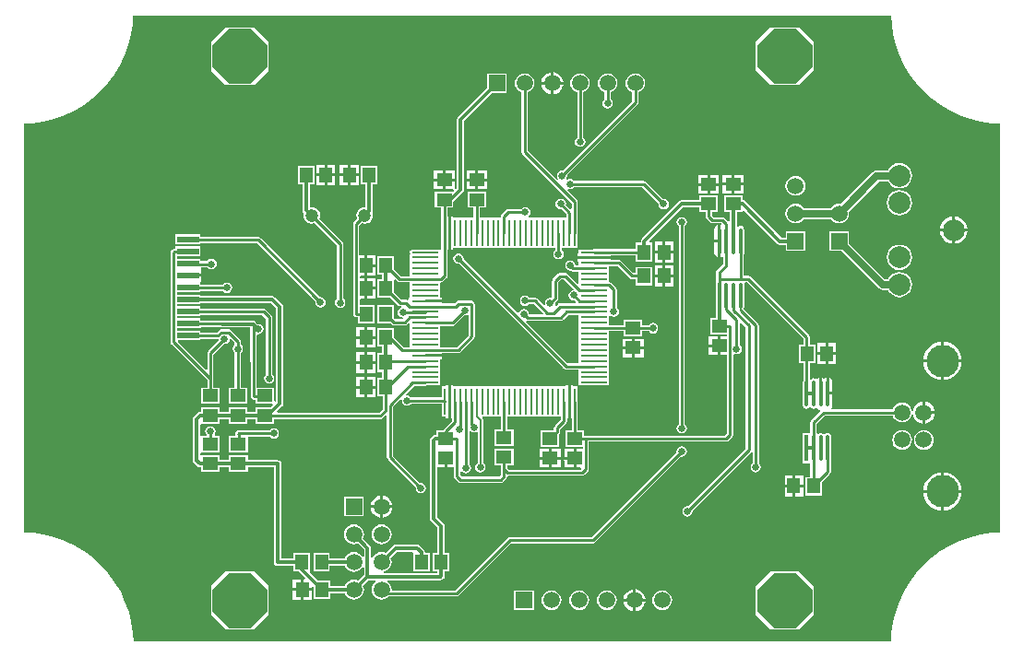
<source format=gtl>
G04 Layer_Physical_Order=1*
G04 Layer_Color=255*
%FSLAX23Y23*%
%MOIN*%
G70*
G01*
G75*
%ADD10R,0.047X0.055*%
%ADD11R,0.055X0.047*%
%ADD12O,0.014X0.098*%
%ADD13R,0.014X0.098*%
%ADD14R,0.008X0.098*%
%ADD15R,0.098X0.008*%
%ADD16O,0.098X0.008*%
%ADD17R,0.079X0.024*%
%ADD18C,0.010*%
%ADD19C,0.014*%
%ADD20C,0.020*%
%ADD21C,0.028*%
%ADD22C,0.008*%
%ADD23C,0.079*%
%ADD24C,0.059*%
%ADD25C,0.118*%
%ADD26P,0.213X8X202.5*%
%ADD27R,0.059X0.059*%
%ADD28R,0.059X0.059*%
%ADD29C,0.047*%
%ADD30C,0.025*%
G36*
X3143Y2244D02*
X3148Y2205D01*
X3158Y2167D01*
X3171Y2129D01*
X3188Y2094D01*
X3209Y2060D01*
X3232Y2028D01*
X3259Y1999D01*
X3288Y1972D01*
X3320Y1949D01*
X3354Y1928D01*
X3389Y1911D01*
X3426Y1898D01*
X3465Y1889D01*
X3504Y1883D01*
X3534Y1881D01*
Y403D01*
X3504Y401D01*
X3465Y395D01*
X3426Y386D01*
X3389Y372D01*
X3353Y356D01*
X3319Y335D01*
X3288Y312D01*
X3258Y285D01*
X3232Y256D01*
X3208Y224D01*
X3188Y190D01*
X3171Y154D01*
X3158Y117D01*
X3148Y79D01*
X3142Y40D01*
X3141Y9D01*
X403Y9D01*
X401Y40D01*
X395Y79D01*
X386Y117D01*
X372Y154D01*
X356Y190D01*
X335Y224D01*
X312Y256D01*
X285Y285D01*
X256Y312D01*
X224Y335D01*
X190Y356D01*
X154Y372D01*
X117Y386D01*
X79Y395D01*
X40Y401D01*
X9Y403D01*
X9Y1881D01*
X39Y1883D01*
X79Y1889D01*
X117Y1898D01*
X154Y1911D01*
X190Y1928D01*
X224Y1949D01*
X255Y1972D01*
X285Y1999D01*
X311Y2028D01*
X335Y2060D01*
X355Y2094D01*
X372Y2129D01*
X385Y2167D01*
X395Y2205D01*
X401Y2244D01*
X402Y2274D01*
X3141D01*
X3143Y2244D01*
D02*
G37*
%LPC*%
G36*
X1238Y967D02*
X1209D01*
Y934D01*
X1238D01*
Y967D01*
D02*
G37*
G36*
X1277D02*
X1248D01*
Y934D01*
X1277D01*
Y967D01*
D02*
G37*
G36*
Y924D02*
X1248D01*
Y892D01*
X1277D01*
Y924D01*
D02*
G37*
G36*
X2916Y964D02*
Y911D01*
X2929D01*
Y948D01*
X2927Y954D01*
X2924Y960D01*
X2918Y964D01*
X2916Y964D01*
D02*
G37*
G36*
X1238Y1013D02*
X1209D01*
Y980D01*
X1238D01*
Y1013D01*
D02*
G37*
G36*
X1277D02*
X1248D01*
Y980D01*
X1277D01*
Y1013D01*
D02*
G37*
G36*
X3322Y1019D02*
X3258D01*
X3259Y1010D01*
X3262Y997D01*
X3269Y985D01*
X3278Y975D01*
X3288Y966D01*
X3300Y960D01*
X3313Y956D01*
X3322Y955D01*
Y1019D01*
D02*
G37*
G36*
X3395D02*
X3332D01*
Y955D01*
X3340Y956D01*
X3353Y960D01*
X3365Y966D01*
X3376Y975D01*
X3384Y985D01*
X3391Y997D01*
X3395Y1010D01*
X3395Y1019D01*
D02*
G37*
G36*
X3259Y774D02*
X3250Y773D01*
X3241Y769D01*
X3234Y764D01*
X3228Y756D01*
X3225Y747D01*
X3223Y738D01*
X3225Y729D01*
X3228Y720D01*
X3234Y713D01*
X3241Y707D01*
X3250Y704D01*
X3259Y702D01*
X3269Y704D01*
X3277Y707D01*
X3285Y713D01*
X3290Y720D01*
X3294Y729D01*
X3295Y738D01*
X3294Y747D01*
X3290Y756D01*
X3285Y764D01*
X3277Y769D01*
X3269Y773D01*
X3259Y774D01*
D02*
G37*
G36*
X2384Y1544D02*
X2377Y1543D01*
X2371Y1539D01*
X2366Y1533D01*
X2365Y1526D01*
X2366Y1518D01*
X2371Y1512D01*
X2373Y1511D01*
Y794D01*
X2371Y793D01*
X2366Y787D01*
X2365Y780D01*
X2366Y772D01*
X2371Y766D01*
X2377Y762D01*
X2384Y761D01*
X2391Y762D01*
X2397Y766D01*
X2401Y772D01*
X2403Y780D01*
X2401Y787D01*
X2397Y793D01*
X2395Y794D01*
Y1511D01*
X2397Y1512D01*
X2401Y1518D01*
X2403Y1526D01*
X2401Y1533D01*
X2397Y1539D01*
X2391Y1543D01*
X2384Y1544D01*
D02*
G37*
G36*
X1993Y705D02*
X1960D01*
Y678D01*
X1959Y676D01*
X1993D01*
Y705D01*
D02*
G37*
G36*
X3181Y774D02*
X3171Y773D01*
X3163Y769D01*
X3155Y764D01*
X3149Y756D01*
X3146Y747D01*
X3145Y738D01*
X3146Y729D01*
X3149Y720D01*
X3155Y713D01*
X3163Y707D01*
X3171Y704D01*
X3181Y702D01*
X3190Y704D01*
X3198Y707D01*
X3206Y713D01*
X3212Y720D01*
X3215Y729D01*
X3216Y738D01*
X3215Y747D01*
X3212Y756D01*
X3206Y764D01*
X3198Y769D01*
X3190Y773D01*
X3181Y774D01*
D02*
G37*
G36*
X3264Y876D02*
Y842D01*
X3298D01*
X3298Y847D01*
X3294Y857D01*
X3287Y865D01*
X3279Y871D01*
X3270Y875D01*
X3264Y876D01*
D02*
G37*
G36*
X1238Y924D02*
X1209D01*
Y892D01*
X1238D01*
Y924D01*
D02*
G37*
G36*
X910Y780D02*
X903Y779D01*
X897Y775D01*
X896Y773D01*
X783D01*
X783Y773D01*
X781Y772D01*
X779Y772D01*
X779Y772D01*
X779Y772D01*
X777Y771D01*
X776Y770D01*
X776Y770D01*
X776Y769D01*
X776Y769D01*
X775Y768D01*
X772Y765D01*
X771Y760D01*
X772Y757D01*
X769Y752D01*
X749D01*
Y693D01*
X816D01*
Y750D01*
X896D01*
X897Y748D01*
X903Y744D01*
X910Y743D01*
X918Y744D01*
X924Y748D01*
X928Y754D01*
X929Y761D01*
X928Y769D01*
X924Y775D01*
X918Y779D01*
X910Y780D01*
D02*
G37*
G36*
X3298Y832D02*
X3264D01*
Y797D01*
X3270Y798D01*
X3279Y802D01*
X3287Y808D01*
X3294Y817D01*
X3298Y826D01*
X3298Y832D01*
D02*
G37*
G36*
X2942Y1088D02*
X2913D01*
Y1055D01*
X2942D01*
Y1088D01*
D02*
G37*
G36*
X1238Y1104D02*
X1209D01*
Y1072D01*
X1238D01*
Y1104D01*
D02*
G37*
G36*
X2515Y1074D02*
X2482D01*
Y1045D01*
X2515D01*
Y1074D01*
D02*
G37*
G36*
X2903Y1088D02*
X2875D01*
Y1055D01*
X2903D01*
Y1088D01*
D02*
G37*
G36*
X2246Y1104D02*
X2214D01*
Y1076D01*
X2246D01*
Y1104D01*
D02*
G37*
G36*
X2515Y1112D02*
X2482D01*
Y1084D01*
X2515D01*
Y1112D01*
D02*
G37*
G36*
X1277Y1104D02*
X1248D01*
Y1072D01*
X1277D01*
Y1104D01*
D02*
G37*
G36*
X2204Y1104D02*
X2171D01*
Y1076D01*
X2204D01*
Y1104D01*
D02*
G37*
G36*
X1238Y1055D02*
X1209D01*
Y1023D01*
X1238D01*
Y1055D01*
D02*
G37*
G36*
X1277D02*
X1248D01*
Y1023D01*
X1277D01*
Y1055D01*
D02*
G37*
G36*
X2903Y1045D02*
X2875D01*
Y1013D01*
X2903D01*
Y1045D01*
D02*
G37*
G36*
X2942D02*
X2913D01*
Y1013D01*
X2942D01*
Y1045D01*
D02*
G37*
G36*
X2204Y1066D02*
X2171D01*
Y1037D01*
X2204D01*
Y1066D01*
D02*
G37*
G36*
X2246D02*
X2214D01*
Y1037D01*
X2246D01*
Y1066D01*
D02*
G37*
G36*
X3322Y1093D02*
X3313Y1092D01*
X3300Y1088D01*
X3288Y1081D01*
X3278Y1073D01*
X3269Y1062D01*
X3262Y1050D01*
X3259Y1037D01*
X3258Y1029D01*
X3322D01*
Y1093D01*
D02*
G37*
G36*
X3332D02*
Y1029D01*
X3395D01*
X3395Y1037D01*
X3391Y1050D01*
X3384Y1062D01*
X3376Y1073D01*
X3365Y1081D01*
X3353Y1088D01*
X3340Y1092D01*
X3332Y1093D01*
D02*
G37*
G36*
X1946Y705D02*
X1913D01*
Y676D01*
X1946D01*
Y705D01*
D02*
G37*
G36*
X1046Y191D02*
X1018D01*
Y158D01*
X1046D01*
Y191D01*
D02*
G37*
G36*
X2209Y198D02*
X2204Y197D01*
X2194Y193D01*
X2186Y187D01*
X2179Y178D01*
X2175Y169D01*
X2175Y163D01*
X2209D01*
Y198D01*
D02*
G37*
G36*
X1850Y194D02*
X1778D01*
Y123D01*
X1850D01*
Y194D01*
D02*
G37*
G36*
X1008Y191D02*
X979D01*
Y158D01*
X1008D01*
Y191D01*
D02*
G37*
G36*
X1300Y432D02*
X1291Y431D01*
X1282Y427D01*
X1274Y421D01*
X1269Y414D01*
X1265Y405D01*
X1264Y396D01*
X1265Y387D01*
X1269Y378D01*
X1274Y371D01*
X1282Y365D01*
X1291Y361D01*
X1300Y360D01*
X1309Y361D01*
X1318Y365D01*
X1325Y371D01*
X1331Y378D01*
X1334Y387D01*
X1336Y396D01*
X1334Y405D01*
X1331Y414D01*
X1325Y421D01*
X1318Y427D01*
X1309Y431D01*
X1300Y432D01*
D02*
G37*
G36*
X1295Y491D02*
X1261D01*
X1261Y486D01*
X1265Y476D01*
X1272Y468D01*
X1280Y462D01*
X1289Y458D01*
X1295Y457D01*
Y491D01*
D02*
G37*
G36*
X2219Y198D02*
Y163D01*
X2253D01*
X2252Y169D01*
X2249Y178D01*
X2242Y187D01*
X2234Y193D01*
X2224Y197D01*
X2219Y198D01*
D02*
G37*
G36*
X1008Y233D02*
X979D01*
Y201D01*
X1008D01*
Y233D01*
D02*
G37*
G36*
X2209Y153D02*
X2175D01*
X2175Y148D01*
X2179Y139D01*
X2186Y130D01*
X2194Y124D01*
X2204Y120D01*
X2209Y119D01*
Y153D01*
D02*
G37*
G36*
X2253D02*
X2219D01*
Y119D01*
X2224Y120D01*
X2234Y124D01*
X2242Y130D01*
X2249Y139D01*
X2252Y148D01*
X2253Y153D01*
D02*
G37*
G36*
X840Y262D02*
X735D01*
X683Y210D01*
Y105D01*
X735Y53D01*
X840D01*
X892Y105D01*
Y210D01*
X840Y262D01*
D02*
G37*
G36*
X2808D02*
X2704D01*
X2651Y210D01*
Y105D01*
X2704Y53D01*
X2808D01*
X2860Y105D01*
Y210D01*
X2808Y262D01*
D02*
G37*
G36*
X2114Y194D02*
X2105Y193D01*
X2096Y189D01*
X2089Y184D01*
X2083Y176D01*
X2079Y168D01*
X2078Y158D01*
X2079Y149D01*
X2083Y141D01*
X2089Y133D01*
X2096Y127D01*
X2105Y124D01*
X2114Y123D01*
X2123Y124D01*
X2132Y127D01*
X2139Y133D01*
X2145Y141D01*
X2149Y149D01*
X2150Y158D01*
X2149Y168D01*
X2145Y176D01*
X2139Y184D01*
X2132Y189D01*
X2123Y193D01*
X2114Y194D01*
D02*
G37*
G36*
X2314D02*
X2305Y193D01*
X2296Y189D01*
X2289Y184D01*
X2283Y176D01*
X2279Y168D01*
X2278Y158D01*
X2279Y149D01*
X2283Y141D01*
X2289Y133D01*
X2296Y127D01*
X2305Y124D01*
X2314Y123D01*
X2323Y124D01*
X2332Y127D01*
X2339Y133D01*
X2345Y141D01*
X2349Y149D01*
X2350Y158D01*
X2349Y168D01*
X2345Y176D01*
X2339Y184D01*
X2332Y189D01*
X2323Y193D01*
X2314Y194D01*
D02*
G37*
G36*
X1914D02*
X1905Y193D01*
X1896Y189D01*
X1889Y184D01*
X1883Y176D01*
X1879Y168D01*
X1878Y158D01*
X1879Y149D01*
X1883Y141D01*
X1889Y133D01*
X1896Y127D01*
X1905Y124D01*
X1914Y123D01*
X1923Y124D01*
X1932Y127D01*
X1939Y133D01*
X1945Y141D01*
X1949Y149D01*
X1950Y158D01*
X1949Y168D01*
X1945Y176D01*
X1939Y184D01*
X1932Y189D01*
X1923Y193D01*
X1914Y194D01*
D02*
G37*
G36*
X2014D02*
X2005Y193D01*
X1996Y189D01*
X1989Y184D01*
X1983Y176D01*
X1979Y168D01*
X1978Y158D01*
X1979Y149D01*
X1983Y141D01*
X1989Y133D01*
X1996Y127D01*
X2005Y124D01*
X2014Y123D01*
X2023Y124D01*
X2032Y127D01*
X2039Y133D01*
X2045Y141D01*
X2049Y149D01*
X2050Y158D01*
X2049Y168D01*
X2045Y176D01*
X2039Y184D01*
X2032Y189D01*
X2023Y193D01*
X2014Y194D01*
D02*
G37*
G36*
X2784Y608D02*
X2756D01*
Y576D01*
X2784D01*
Y608D01*
D02*
G37*
G36*
X2823D02*
X2794D01*
Y576D01*
X2823D01*
Y608D01*
D02*
G37*
G36*
X3322Y620D02*
X3313Y619D01*
X3300Y615D01*
X3288Y609D01*
X3278Y600D01*
X3269Y590D01*
X3262Y578D01*
X3259Y565D01*
X3258Y556D01*
X3322D01*
Y620D01*
D02*
G37*
G36*
X3332D02*
Y556D01*
X3395D01*
X3395Y565D01*
X3391Y578D01*
X3384Y590D01*
X3376Y600D01*
X3365Y609D01*
X3353Y615D01*
X3340Y619D01*
X3332Y620D01*
D02*
G37*
G36*
X1993Y666D02*
X1959D01*
X1960Y664D01*
Y638D01*
X1993D01*
Y666D01*
D02*
G37*
G36*
X1903Y705D02*
X1871D01*
Y676D01*
X1903D01*
Y705D01*
D02*
G37*
G36*
Y666D02*
X1871D01*
Y638D01*
X1903D01*
Y666D01*
D02*
G37*
G36*
X1946D02*
X1913D01*
Y638D01*
X1946D01*
Y666D01*
D02*
G37*
G36*
X3322Y546D02*
X3258D01*
X3259Y538D01*
X3262Y525D01*
X3269Y513D01*
X3278Y502D01*
X3288Y493D01*
X3300Y487D01*
X3313Y483D01*
X3322Y482D01*
Y546D01*
D02*
G37*
G36*
X3395D02*
X3332D01*
Y482D01*
X3340Y483D01*
X3353Y487D01*
X3365Y493D01*
X3376Y502D01*
X3384Y513D01*
X3391Y525D01*
X3395Y538D01*
X3395Y546D01*
D02*
G37*
G36*
X1339Y491D02*
X1305D01*
Y457D01*
X1310Y458D01*
X1320Y462D01*
X1328Y468D01*
X1334Y476D01*
X1338Y486D01*
X1339Y491D01*
D02*
G37*
G36*
X1235Y532D02*
X1164D01*
Y461D01*
X1235D01*
Y532D01*
D02*
G37*
G36*
X2784Y566D02*
X2756D01*
Y533D01*
X2784D01*
Y566D01*
D02*
G37*
G36*
X2823D02*
X2794D01*
Y533D01*
X2823D01*
Y566D01*
D02*
G37*
G36*
X1295Y535D02*
X1289Y535D01*
X1280Y531D01*
X1272Y524D01*
X1265Y516D01*
X1261Y506D01*
X1261Y501D01*
X1295D01*
Y535D01*
D02*
G37*
G36*
X1305D02*
Y501D01*
X1339D01*
X1338Y506D01*
X1334Y516D01*
X1328Y524D01*
X1320Y531D01*
X1310Y535D01*
X1305Y535D01*
D02*
G37*
G36*
X1178Y1691D02*
X1149D01*
Y1658D01*
X1178D01*
Y1691D01*
D02*
G37*
G36*
X1217D02*
X1188D01*
Y1658D01*
X1217D01*
Y1691D01*
D02*
G37*
G36*
X1093D02*
X1065D01*
Y1658D01*
X1093D01*
Y1691D01*
D02*
G37*
G36*
X1132D02*
X1103D01*
Y1658D01*
X1132D01*
Y1691D01*
D02*
G37*
G36*
X2565Y1697D02*
X2532D01*
Y1668D01*
X2565D01*
Y1697D01*
D02*
G37*
G36*
X2607D02*
X2575D01*
Y1668D01*
X2607D01*
Y1697D01*
D02*
G37*
G36*
X2476Y1696D02*
X2444D01*
Y1667D01*
X2476D01*
Y1696D01*
D02*
G37*
G36*
X2519D02*
X2486D01*
Y1667D01*
X2519D01*
Y1696D01*
D02*
G37*
G36*
X3170Y1740D02*
X3158Y1738D01*
X3147Y1734D01*
X3138Y1726D01*
X3131Y1717D01*
X3129Y1713D01*
X3089D01*
X3081Y1712D01*
X3075Y1707D01*
X2959Y1592D01*
X2953Y1593D01*
X2943Y1591D01*
X2935Y1588D01*
X2927Y1582D01*
X2923Y1577D01*
X2825D01*
X2821Y1582D01*
X2813Y1588D01*
X2805Y1591D01*
X2795Y1593D01*
X2786Y1591D01*
X2777Y1588D01*
X2770Y1582D01*
X2764Y1575D01*
X2761Y1566D01*
X2759Y1557D01*
X2761Y1547D01*
X2764Y1539D01*
X2770Y1531D01*
X2777Y1526D01*
X2786Y1522D01*
X2795Y1521D01*
X2805Y1522D01*
X2813Y1526D01*
X2821Y1531D01*
X2825Y1537D01*
X2923D01*
X2927Y1531D01*
X2935Y1526D01*
X2943Y1522D01*
X2953Y1521D01*
X2962Y1522D01*
X2971Y1526D01*
X2978Y1531D01*
X2984Y1539D01*
X2987Y1547D01*
X2989Y1557D01*
X2988Y1563D01*
X3097Y1673D01*
X3130D01*
X3131Y1671D01*
X3138Y1662D01*
X3147Y1654D01*
X3158Y1650D01*
X3170Y1648D01*
X3182Y1650D01*
X3193Y1654D01*
X3203Y1662D01*
X3210Y1671D01*
X3214Y1682D01*
X3216Y1694D01*
X3214Y1706D01*
X3210Y1717D01*
X3203Y1726D01*
X3193Y1734D01*
X3182Y1738D01*
X3170Y1740D01*
D02*
G37*
G36*
X2565Y1658D02*
X2532D01*
Y1630D01*
X2565D01*
Y1658D01*
D02*
G37*
G36*
X2607D02*
X2575D01*
Y1630D01*
X2607D01*
Y1658D01*
D02*
G37*
G36*
X2476Y1657D02*
X2444D01*
Y1629D01*
X2476D01*
Y1657D01*
D02*
G37*
G36*
X2519D02*
X2486D01*
Y1629D01*
X2519D01*
Y1657D01*
D02*
G37*
G36*
X1681Y1673D02*
X1649D01*
Y1645D01*
X1681D01*
Y1673D01*
D02*
G37*
G36*
X1752Y2064D02*
X1681D01*
Y2012D01*
X1575Y1906D01*
X1573Y1902D01*
X1572Y1897D01*
Y1649D01*
X1568Y1646D01*
X1563Y1648D01*
Y1673D01*
X1531D01*
Y1645D01*
X1558D01*
X1560Y1641D01*
X1560Y1640D01*
X1558Y1637D01*
X1492D01*
Y1578D01*
X1514D01*
Y1486D01*
Y1426D01*
X1509Y1424D01*
X1509Y1424D01*
X1506Y1427D01*
X1502Y1427D01*
X1411D01*
X1408Y1427D01*
X1404Y1424D01*
X1402Y1421D01*
X1401Y1417D01*
X1402Y1413D01*
X1403Y1413D01*
X1401Y1408D01*
X1401Y1408D01*
Y1368D01*
Y1330D01*
X1369D01*
X1344Y1355D01*
Y1403D01*
X1284D01*
Y1336D01*
X1301D01*
Y1320D01*
X1284D01*
Y1253D01*
X1332D01*
X1358Y1226D01*
X1358Y1226D01*
X1362Y1224D01*
X1366Y1223D01*
X1366Y1223D01*
X1372D01*
X1373Y1218D01*
X1369Y1217D01*
X1363Y1213D01*
X1359Y1207D01*
X1357Y1200D01*
X1359Y1193D01*
X1363Y1186D01*
X1369Y1182D01*
X1374Y1181D01*
X1377Y1177D01*
X1377Y1176D01*
X1376Y1175D01*
X1348D01*
X1344Y1179D01*
Y1226D01*
X1284D01*
Y1159D01*
X1332D01*
X1336Y1155D01*
X1339Y1153D01*
X1344Y1152D01*
X1344Y1152D01*
X1383D01*
X1383Y1152D01*
X1387Y1153D01*
X1391Y1155D01*
X1397Y1162D01*
X1401Y1160D01*
Y1112D01*
Y1074D01*
X1379D01*
X1344Y1109D01*
Y1143D01*
X1284D01*
Y1076D01*
X1301D01*
Y1051D01*
X1284D01*
Y984D01*
X1301D01*
Y963D01*
X1284D01*
Y896D01*
X1303D01*
Y849D01*
X1290Y836D01*
X923D01*
X921Y841D01*
X940Y860D01*
X943Y864D01*
X944Y869D01*
Y1219D01*
X943Y1225D01*
X940Y1229D01*
X915Y1254D01*
X910Y1257D01*
X905Y1258D01*
X645D01*
Y1264D01*
X561D01*
Y1272D01*
X645D01*
Y1277D01*
X727D01*
X728Y1274D01*
X735Y1270D01*
X742Y1269D01*
X749Y1270D01*
X755Y1274D01*
X759Y1281D01*
X761Y1288D01*
X759Y1295D01*
X755Y1301D01*
X749Y1305D01*
X742Y1307D01*
X735Y1305D01*
X728Y1301D01*
X727Y1299D01*
X649D01*
X645Y1303D01*
Y1308D01*
X649Y1311D01*
X649D01*
Y1328D01*
X600D01*
Y1338D01*
X649D01*
Y1355D01*
X649D01*
X646Y1359D01*
X646Y1363D01*
X671D01*
X672Y1361D01*
X678Y1357D01*
X685Y1356D01*
X693Y1357D01*
X699Y1361D01*
X703Y1367D01*
X704Y1374D01*
X703Y1382D01*
X699Y1388D01*
X693Y1392D01*
X685Y1393D01*
X678Y1392D01*
X672Y1388D01*
X671Y1386D01*
X645D01*
Y1394D01*
X561D01*
Y1402D01*
X645D01*
Y1438D01*
X555D01*
Y1432D01*
X550Y1429D01*
X546Y1428D01*
X543Y1426D01*
X543Y1426D01*
X542Y1425D01*
X539Y1421D01*
X538Y1417D01*
X538Y1417D01*
Y1091D01*
X538Y1091D01*
X539Y1087D01*
X542Y1084D01*
X670Y955D01*
Y927D01*
X648D01*
Y868D01*
X715D01*
Y927D01*
X692D01*
Y960D01*
X692Y960D01*
X692Y960D01*
Y1047D01*
X730Y1085D01*
X732Y1085D01*
X740Y1086D01*
X746Y1090D01*
X750Y1096D01*
X751Y1101D01*
X756Y1102D01*
X769Y1089D01*
Y1082D01*
X767Y1081D01*
X763Y1075D01*
X762Y1067D01*
X763Y1060D01*
X767Y1054D01*
X769Y1053D01*
Y927D01*
X747D01*
Y868D01*
X814D01*
Y927D01*
X792D01*
Y1053D01*
X794Y1054D01*
X798Y1060D01*
X799Y1067D01*
X798Y1075D01*
X794Y1081D01*
X792Y1082D01*
Y1094D01*
X792Y1094D01*
X791Y1098D01*
X788Y1102D01*
X755Y1135D01*
X751Y1138D01*
X747Y1139D01*
X747Y1139D01*
X722D01*
X722Y1139D01*
X718Y1138D01*
X714Y1135D01*
X714Y1135D01*
X705Y1126D01*
X645D01*
Y1134D01*
X561D01*
Y1142D01*
X645D01*
Y1143D01*
X649Y1146D01*
X825Y1145D01*
X826Y896D01*
X827Y894D01*
X827Y891D01*
X827Y891D01*
X827Y891D01*
X828Y890D01*
X830Y888D01*
X830Y888D01*
X830Y888D01*
X831Y887D01*
X833Y885D01*
X833Y885D01*
X833Y885D01*
X835Y885D01*
X837Y884D01*
X843D01*
Y868D01*
X904D01*
X906Y863D01*
X899Y856D01*
X843D01*
Y840D01*
X814D01*
Y856D01*
X747D01*
Y840D01*
X715D01*
Y856D01*
X648D01*
Y840D01*
X643D01*
X638Y839D01*
X634Y836D01*
X622Y823D01*
X619Y819D01*
X618Y814D01*
Y664D01*
X619Y659D01*
X622Y655D01*
X634Y642D01*
X638Y639D01*
X643Y638D01*
X648D01*
Y622D01*
X715D01*
Y638D01*
X749D01*
Y622D01*
X816D01*
Y638D01*
X910D01*
Y295D01*
X911Y290D01*
X914Y286D01*
X918Y283D01*
X923Y282D01*
X982D01*
Y263D01*
X1000D01*
X1003Y259D01*
X1024Y238D01*
X1022Y233D01*
X1018D01*
Y201D01*
X1046D01*
Y208D01*
X1051Y210D01*
X1054Y207D01*
Y162D01*
X1113D01*
Y183D01*
X1167D01*
X1169Y178D01*
X1174Y171D01*
X1182Y165D01*
X1191Y161D01*
X1200Y160D01*
X1209Y161D01*
X1218Y165D01*
X1225Y171D01*
X1231Y178D01*
X1234Y187D01*
X1236Y196D01*
X1234Y205D01*
X1232Y210D01*
X1252Y230D01*
X1277D01*
X1279Y225D01*
X1274Y221D01*
X1269Y214D01*
X1265Y205D01*
X1264Y196D01*
X1265Y187D01*
X1269Y178D01*
X1274Y171D01*
X1282Y165D01*
X1291Y161D01*
X1300Y160D01*
X1309Y161D01*
X1318Y165D01*
X1325Y171D01*
X1326Y172D01*
X1571D01*
X1571Y172D01*
X1575Y173D01*
X1579Y175D01*
X1767Y364D01*
X2063D01*
X2063Y364D01*
X2067Y365D01*
X2071Y367D01*
X2381Y678D01*
X2384Y677D01*
X2391Y678D01*
X2397Y683D01*
X2401Y689D01*
X2403Y696D01*
X2401Y703D01*
X2397Y709D01*
X2391Y713D01*
X2384Y715D01*
X2377Y713D01*
X2371Y709D01*
X2366Y703D01*
X2365Y696D01*
X2365Y693D01*
X2058Y386D01*
X1763D01*
X1759Y385D01*
X1755Y383D01*
X1755Y383D01*
X1566Y194D01*
X1337D01*
X1336Y196D01*
X1334Y205D01*
X1331Y214D01*
X1325Y221D01*
X1320Y225D01*
X1322Y230D01*
X1512D01*
X1517Y231D01*
X1521Y234D01*
X1522Y235D01*
X1523Y236D01*
X1526Y240D01*
X1527Y245D01*
Y262D01*
X1543D01*
Y329D01*
X1527D01*
Y426D01*
X1526Y431D01*
X1523Y436D01*
X1500Y458D01*
Y640D01*
X1527D01*
Y673D01*
X1537D01*
Y640D01*
X1560D01*
Y606D01*
X1560Y606D01*
X1561Y602D01*
X1564Y599D01*
X1576Y586D01*
X1576Y586D01*
X1580Y584D01*
X1584Y583D01*
X1584Y583D01*
X1730D01*
X1730Y583D01*
X1734Y584D01*
X1738Y586D01*
X1750Y599D01*
X1750Y599D01*
X1752Y602D01*
X1753Y603D01*
X1754Y607D01*
X1758Y608D01*
X2025D01*
X2025Y608D01*
X2029Y609D01*
X2033Y611D01*
X2045Y624D01*
X2045Y624D01*
X2048Y627D01*
X2049Y631D01*
X2049Y631D01*
Y731D01*
X2544D01*
X2544Y731D01*
X2548Y732D01*
X2552Y734D01*
X2566Y749D01*
X2566Y749D01*
X2569Y752D01*
X2570Y756D01*
Y1047D01*
X2574Y1050D01*
X2575Y1049D01*
X2582Y1048D01*
X2590Y1049D01*
X2596Y1053D01*
X2600Y1059D01*
X2601Y1066D01*
X2600Y1074D01*
X2596Y1080D01*
X2594Y1081D01*
Y1160D01*
X2598Y1162D01*
X2615Y1146D01*
Y705D01*
X2407Y498D01*
X2405Y498D01*
X2397Y497D01*
X2391Y493D01*
X2387Y487D01*
X2386Y479D01*
X2387Y472D01*
X2391Y466D01*
X2397Y462D01*
X2405Y460D01*
X2412Y462D01*
X2418Y466D01*
X2422Y472D01*
X2423Y479D01*
X2423Y482D01*
X2634Y693D01*
X2635Y695D01*
X2640Y694D01*
Y654D01*
X2638Y652D01*
X2634Y646D01*
X2633Y639D01*
X2634Y632D01*
X2638Y625D01*
X2644Y621D01*
X2652Y620D01*
X2659Y621D01*
X2665Y625D01*
X2669Y632D01*
X2670Y639D01*
X2669Y646D01*
X2665Y652D01*
X2663Y654D01*
Y1151D01*
X2663Y1151D01*
X2662Y1155D01*
X2660Y1158D01*
X2660Y1158D01*
X2607Y1211D01*
X2609Y1212D01*
X2610Y1218D01*
Y1302D01*
X2609Y1304D01*
X2613Y1309D01*
X2620D01*
X2823Y1106D01*
Y1084D01*
X2808D01*
Y1017D01*
X2823D01*
Y954D01*
X2823Y953D01*
X2822Y948D01*
Y863D01*
X2823Y858D01*
X2825Y854D01*
X2830Y851D01*
X2835Y850D01*
X2840Y851D01*
X2844Y854D01*
X2844Y855D01*
X2850D01*
X2851Y854D01*
X2855Y851D01*
X2860Y850D01*
X2865Y851D01*
X2867Y852D01*
X2873Y851D01*
X2874Y851D01*
X2879Y847D01*
X2883Y847D01*
X2885Y841D01*
X2852Y809D01*
X2850Y805D01*
X2849Y801D01*
X2849Y801D01*
Y768D01*
X2848Y764D01*
X2822D01*
Y710D01*
X2822Y709D01*
X2822Y707D01*
Y653D01*
X2848D01*
X2849Y649D01*
Y604D01*
X2831D01*
Y537D01*
X2890D01*
Y585D01*
X2919Y614D01*
X2919Y614D01*
X2922Y618D01*
X2923Y622D01*
X2923Y622D01*
Y660D01*
X2924Y661D01*
X2925Y666D01*
Y751D01*
X2924Y756D01*
X2921Y760D01*
X2916Y763D01*
X2911Y764D01*
X2906Y763D01*
X2902Y760D01*
X2902Y760D01*
X2896D01*
X2895Y760D01*
X2891Y763D01*
X2886Y764D01*
X2881Y763D01*
X2877Y760D01*
X2876Y760D01*
X2871Y762D01*
Y796D01*
X2901Y825D01*
X3147D01*
X3149Y819D01*
X3155Y811D01*
X3163Y806D01*
X3171Y802D01*
X3181Y801D01*
X3190Y802D01*
X3198Y806D01*
X3206Y811D01*
X3212Y819D01*
X3215Y827D01*
X3215Y829D01*
X3220D01*
X3221Y826D01*
X3225Y817D01*
X3231Y808D01*
X3239Y802D01*
X3249Y798D01*
X3254Y797D01*
Y837D01*
Y876D01*
X3249Y875D01*
X3239Y871D01*
X3231Y865D01*
X3225Y857D01*
X3221Y847D01*
X3220Y844D01*
X3215D01*
X3215Y846D01*
X3212Y855D01*
X3206Y862D01*
X3198Y868D01*
X3190Y871D01*
X3181Y872D01*
X3171Y871D01*
X3163Y868D01*
X3155Y862D01*
X3149Y855D01*
X3147Y848D01*
X2927D01*
X2925Y853D01*
X2927Y857D01*
X2929Y863D01*
Y901D01*
X2911D01*
Y906D01*
X2906D01*
Y964D01*
X2905Y964D01*
X2903Y962D01*
X2899Y960D01*
X2895Y962D01*
X2892Y964D01*
X2891Y964D01*
Y906D01*
X2881D01*
Y964D01*
X2879Y964D01*
X2874Y960D01*
X2873Y960D01*
X2867Y959D01*
X2865Y960D01*
X2860Y961D01*
X2855Y960D01*
X2851Y957D01*
X2851Y957D01*
X2846Y959D01*
Y1017D01*
X2867D01*
Y1084D01*
X2846D01*
Y1110D01*
X2846Y1110D01*
X2845Y1115D01*
X2843Y1118D01*
X2843Y1118D01*
X2632Y1328D01*
X2629Y1331D01*
X2624Y1332D01*
X2624Y1332D01*
X2608D01*
Y1408D01*
X2609Y1409D01*
X2610Y1414D01*
Y1499D01*
X2609Y1504D01*
X2606Y1508D01*
X2601Y1511D01*
X2596Y1512D01*
X2591Y1511D01*
X2589Y1510D01*
X2584Y1512D01*
Y1563D01*
X2603D01*
Y1567D01*
X2608Y1569D01*
X2730Y1447D01*
X2734Y1445D01*
X2739Y1444D01*
X2760D01*
Y1421D01*
X2831D01*
Y1492D01*
X2760D01*
Y1470D01*
X2745D01*
X2613Y1602D01*
X2608Y1605D01*
X2603Y1606D01*
Y1622D01*
X2536D01*
Y1563D01*
X2558D01*
Y1529D01*
X2555Y1528D01*
X2553Y1527D01*
X2540Y1540D01*
X2536Y1543D01*
X2532Y1544D01*
X2532Y1544D01*
X2499D01*
X2493Y1550D01*
Y1562D01*
X2515D01*
Y1621D01*
X2448D01*
Y1605D01*
X2384D01*
X2379Y1604D01*
X2375Y1601D01*
X2240Y1466D01*
X2237Y1462D01*
X2236Y1456D01*
Y1451D01*
X2219D01*
Y1429D01*
X2067D01*
X2063Y1428D01*
X2062Y1427D01*
X2012D01*
Y1412D01*
X2008D01*
Y1403D01*
X2126D01*
Y1406D01*
X2219D01*
Y1384D01*
X2279D01*
Y1451D01*
X2269D01*
X2267Y1456D01*
X2389Y1578D01*
X2448D01*
Y1562D01*
X2470D01*
Y1545D01*
X2470Y1545D01*
X2471Y1541D01*
X2473Y1537D01*
X2486Y1525D01*
X2486Y1525D01*
X2490Y1522D01*
X2494Y1521D01*
X2494Y1521D01*
X2526D01*
X2527Y1520D01*
X2525Y1517D01*
Y1457D01*
Y1398D01*
X2526Y1398D01*
X2529Y1400D01*
X2534Y1398D01*
Y1374D01*
X2512Y1351D01*
X2509Y1348D01*
X2508Y1344D01*
X2508Y1344D01*
Y1319D01*
X2507Y1315D01*
X2507D01*
Y1261D01*
X2507Y1260D01*
Y1179D01*
X2486D01*
Y1120D01*
X2547D01*
Y1112D01*
X2525D01*
Y1079D01*
Y1045D01*
X2547D01*
Y761D01*
X2539Y753D01*
X2032D01*
Y772D01*
X2009D01*
Y876D01*
X2008Y880D01*
X2008Y881D01*
Y931D01*
X1992D01*
Y935D01*
X1983D01*
Y876D01*
Y817D01*
X1987D01*
Y772D01*
X1964D01*
Y713D01*
X2026D01*
Y705D01*
X2003D01*
Y671D01*
Y638D01*
X2018D01*
X2021Y633D01*
X2019Y630D01*
X1759D01*
X1753Y636D01*
Y646D01*
X1776D01*
Y705D01*
X1709D01*
Y646D01*
X1731D01*
Y631D01*
X1731Y631D01*
X1731Y631D01*
Y611D01*
X1725Y605D01*
X1589D01*
X1583Y611D01*
Y626D01*
X1588Y627D01*
X1591Y622D01*
X1597Y618D01*
X1604Y617D01*
X1612Y618D01*
X1618Y622D01*
X1622Y629D01*
X1623Y636D01*
X1622Y643D01*
X1618Y649D01*
X1616Y651D01*
Y768D01*
X1617Y770D01*
X1621Y771D01*
X1626Y767D01*
X1633Y766D01*
X1640Y767D01*
X1641Y768D01*
X1646Y765D01*
Y654D01*
X1643Y652D01*
X1639Y646D01*
X1638Y639D01*
X1639Y631D01*
X1643Y625D01*
X1649Y621D01*
X1656Y620D01*
X1664Y621D01*
X1670Y625D01*
X1674Y631D01*
X1675Y639D01*
X1674Y646D01*
X1670Y652D01*
X1667Y654D01*
Y808D01*
X1666Y812D01*
X1664Y815D01*
X1663Y816D01*
X1665Y821D01*
X1731D01*
Y776D01*
X1709D01*
Y716D01*
X1776D01*
Y776D01*
X1753D01*
Y821D01*
X1947D01*
Y811D01*
X1926Y789D01*
X1923Y786D01*
X1922Y782D01*
X1922Y782D01*
Y772D01*
X1922Y772D01*
X1875D01*
Y713D01*
X1942D01*
Y760D01*
X1944Y763D01*
X1945Y767D01*
X1945Y767D01*
Y777D01*
X1967Y799D01*
X1967Y799D01*
X1969Y802D01*
X1970Y806D01*
X1970Y806D01*
Y817D01*
X1973D01*
Y876D01*
Y935D01*
X1964D01*
Y931D01*
X1559D01*
Y935D01*
X1550D01*
Y876D01*
Y817D01*
X1553D01*
Y806D01*
X1525Y777D01*
X1522Y774D01*
X1499D01*
Y757D01*
X1494D01*
X1489Y756D01*
X1485Y753D01*
X1478Y746D01*
X1475Y742D01*
X1474Y737D01*
Y453D01*
X1475Y448D01*
X1478Y443D01*
X1501Y421D01*
Y329D01*
X1484D01*
Y262D01*
X1501D01*
Y256D01*
X1308D01*
X1308Y261D01*
X1309Y261D01*
X1318Y265D01*
X1325Y271D01*
X1331Y278D01*
X1334Y287D01*
X1336Y296D01*
X1334Y305D01*
X1332Y310D01*
X1355Y333D01*
X1411D01*
X1413Y329D01*
Y262D01*
X1473D01*
Y329D01*
X1456D01*
Y331D01*
X1455Y337D01*
X1452Y341D01*
X1438Y355D01*
X1434Y358D01*
X1429Y359D01*
X1350D01*
X1345Y358D01*
X1340Y355D01*
X1314Y329D01*
X1309Y331D01*
X1300Y332D01*
X1291Y331D01*
X1282Y327D01*
X1274Y321D01*
X1269Y314D01*
X1267Y310D01*
X1262Y311D01*
Y347D01*
X1261Y352D01*
X1258Y356D01*
X1232Y382D01*
X1234Y387D01*
X1236Y396D01*
X1234Y405D01*
X1231Y414D01*
X1225Y421D01*
X1218Y427D01*
X1209Y431D01*
X1200Y432D01*
X1191Y431D01*
X1182Y427D01*
X1174Y421D01*
X1169Y414D01*
X1165Y405D01*
X1164Y396D01*
X1165Y387D01*
X1169Y378D01*
X1174Y371D01*
X1182Y365D01*
X1191Y361D01*
X1200Y360D01*
X1209Y361D01*
X1214Y363D01*
X1236Y341D01*
Y315D01*
X1231Y314D01*
X1231Y314D01*
X1225Y321D01*
X1218Y327D01*
X1209Y331D01*
X1200Y332D01*
X1191Y331D01*
X1182Y327D01*
X1174Y321D01*
X1169Y314D01*
X1167Y309D01*
X1112D01*
Y330D01*
X1053D01*
Y263D01*
X1112D01*
Y283D01*
X1167D01*
X1169Y278D01*
X1174Y271D01*
X1182Y265D01*
X1191Y261D01*
X1200Y260D01*
X1209Y261D01*
X1218Y265D01*
X1225Y271D01*
X1231Y278D01*
X1231Y278D01*
X1236Y277D01*
Y251D01*
X1214Y229D01*
X1209Y231D01*
X1200Y232D01*
X1191Y231D01*
X1182Y227D01*
X1174Y221D01*
X1169Y214D01*
X1167Y209D01*
X1113D01*
Y229D01*
X1070D01*
X1041Y258D01*
X1041Y263D01*
X1041D01*
X1041Y263D01*
Y330D01*
X982D01*
Y308D01*
X937D01*
Y652D01*
X936Y657D01*
X933Y661D01*
X929Y664D01*
X923Y665D01*
X816D01*
Y681D01*
X749D01*
Y665D01*
X715D01*
Y681D01*
X648D01*
X644Y685D01*
Y689D01*
X648Y693D01*
X649Y693D01*
X715D01*
Y752D01*
X698D01*
X696Y757D01*
X699Y761D01*
X700Y768D01*
X699Y776D01*
X694Y782D01*
X688Y786D01*
X681Y787D01*
X674Y786D01*
X668Y782D01*
X664Y776D01*
X662Y768D01*
X664Y761D01*
X666Y757D01*
X664Y752D01*
X649D01*
X648Y752D01*
X644Y756D01*
Y794D01*
X648Y797D01*
X715D01*
Y814D01*
X747D01*
Y797D01*
X814D01*
Y814D01*
X843D01*
Y797D01*
X911D01*
Y814D01*
X1295D01*
X1295Y814D01*
X1299Y814D01*
X1303Y817D01*
X1315Y829D01*
X1319Y827D01*
Y675D01*
X1319Y675D01*
X1320Y671D01*
X1323Y667D01*
X1424Y566D01*
X1423Y564D01*
X1425Y557D01*
X1429Y551D01*
X1435Y547D01*
X1442Y545D01*
X1449Y547D01*
X1455Y551D01*
X1459Y557D01*
X1461Y564D01*
X1459Y571D01*
X1455Y577D01*
X1449Y581D01*
X1442Y583D01*
X1439Y582D01*
X1342Y680D01*
Y859D01*
X1369Y886D01*
X1373Y884D01*
X1373Y880D01*
X1374Y873D01*
X1378Y867D01*
X1384Y863D01*
X1391Y862D01*
X1399Y863D01*
X1405Y867D01*
X1406Y869D01*
X1516D01*
Y821D01*
X1531D01*
Y817D01*
X1540D01*
Y876D01*
Y935D01*
X1531D01*
Y931D01*
X1516D01*
Y892D01*
X1406D01*
X1405Y894D01*
X1399Y898D01*
X1391Y899D01*
X1388Y899D01*
X1386Y903D01*
X1416Y934D01*
X1457D01*
X1461Y935D01*
X1462Y935D01*
X1512D01*
Y955D01*
Y994D01*
Y1029D01*
X1516D01*
Y1038D01*
X1457D01*
Y1048D01*
X1516D01*
Y1052D01*
X1576D01*
X1576Y1052D01*
X1580Y1053D01*
X1584Y1055D01*
X1633Y1104D01*
X1633Y1104D01*
X1635Y1108D01*
X1636Y1112D01*
Y1229D01*
X1635Y1233D01*
X1633Y1237D01*
X1633Y1237D01*
X1631Y1238D01*
X1628Y1241D01*
X1623Y1242D01*
X1623Y1242D01*
X1578D01*
X1578Y1242D01*
X1574Y1241D01*
X1570Y1238D01*
X1570Y1238D01*
X1563Y1232D01*
X1516D01*
Y1235D01*
X1457D01*
Y1245D01*
X1516D01*
Y1254D01*
X1512D01*
Y1303D01*
X1513Y1308D01*
X1517Y1309D01*
X1521Y1311D01*
X1534Y1324D01*
X1534Y1324D01*
X1536Y1327D01*
X1537Y1331D01*
X1537Y1331D01*
Y1427D01*
X1540D01*
Y1486D01*
Y1545D01*
X1537D01*
Y1578D01*
X1559D01*
Y1600D01*
X1594Y1634D01*
X1597Y1639D01*
X1598Y1644D01*
Y1891D01*
X1700Y1993D01*
X1752D01*
Y2064D01*
D02*
G37*
G36*
X1521Y1673D02*
X1488D01*
Y1645D01*
X1521D01*
Y1673D01*
D02*
G37*
G36*
X1639D02*
X1606D01*
Y1645D01*
X1639D01*
Y1673D01*
D02*
G37*
G36*
X1912Y2024D02*
X1877D01*
X1878Y2018D01*
X1882Y2009D01*
X1888Y2000D01*
X1897Y1994D01*
X1906Y1990D01*
X1912Y1989D01*
Y2024D01*
D02*
G37*
G36*
X1956D02*
X1922D01*
Y1989D01*
X1927Y1990D01*
X1936Y1994D01*
X1945Y2000D01*
X1951Y2009D01*
X1955Y2018D01*
X1956Y2024D01*
D02*
G37*
G36*
X2017Y2064D02*
X2007Y2063D01*
X1999Y2060D01*
X1991Y2054D01*
X1986Y2046D01*
X1982Y2038D01*
X1981Y2029D01*
X1982Y2019D01*
X1986Y2011D01*
X1991Y2003D01*
X1999Y1998D01*
X2006Y1995D01*
Y1832D01*
X2003Y1830D01*
X1999Y1824D01*
X1998Y1817D01*
X1999Y1810D01*
X2003Y1804D01*
X2010Y1800D01*
X2017Y1798D01*
X2024Y1800D01*
X2030Y1804D01*
X2034Y1810D01*
X2036Y1817D01*
X2034Y1824D01*
X2030Y1830D01*
X2028Y1832D01*
Y1995D01*
X2034Y1998D01*
X2042Y2003D01*
X2048Y2011D01*
X2051Y2019D01*
X2052Y2029D01*
X2051Y2038D01*
X2048Y2046D01*
X2042Y2054D01*
X2034Y2060D01*
X2026Y2063D01*
X2017Y2064D01*
D02*
G37*
G36*
X2117D02*
X2107Y2063D01*
X2099Y2060D01*
X2091Y2054D01*
X2086Y2046D01*
X2082Y2038D01*
X2081Y2029D01*
X2082Y2019D01*
X2086Y2011D01*
X2091Y2003D01*
X2099Y1998D01*
X2105Y1995D01*
Y1971D01*
X2103Y1969D01*
X2099Y1963D01*
X2098Y1956D01*
X2099Y1949D01*
X2103Y1943D01*
X2109Y1939D01*
X2117Y1937D01*
X2124Y1939D01*
X2130Y1943D01*
X2134Y1949D01*
X2135Y1956D01*
X2134Y1963D01*
X2130Y1969D01*
X2128Y1971D01*
Y1995D01*
X2134Y1998D01*
X2142Y2003D01*
X2148Y2011D01*
X2151Y2019D01*
X2152Y2029D01*
X2151Y2038D01*
X2148Y2046D01*
X2142Y2054D01*
X2134Y2060D01*
X2126Y2063D01*
X2117Y2064D01*
D02*
G37*
G36*
X1912Y2068D02*
X1906Y2067D01*
X1897Y2063D01*
X1888Y2057D01*
X1882Y2048D01*
X1878Y2039D01*
X1877Y2034D01*
X1912D01*
Y2068D01*
D02*
G37*
G36*
X1922D02*
Y2034D01*
X1956D01*
X1955Y2039D01*
X1951Y2048D01*
X1945Y2057D01*
X1936Y2063D01*
X1927Y2067D01*
X1922Y2068D01*
D02*
G37*
G36*
X840Y2230D02*
X735D01*
X683Y2178D01*
Y2074D01*
X735Y2022D01*
X840D01*
X892Y2074D01*
Y2178D01*
X840Y2230D01*
D02*
G37*
G36*
X2808D02*
X2704D01*
X2651Y2178D01*
Y2074D01*
X2704Y2022D01*
X2808D01*
X2860Y2074D01*
Y2178D01*
X2808Y2230D01*
D02*
G37*
G36*
X2217Y2064D02*
X2207Y2063D01*
X2199Y2060D01*
X2191Y2054D01*
X2186Y2046D01*
X2182Y2038D01*
X2181Y2029D01*
X2182Y2019D01*
X2186Y2011D01*
X2191Y2003D01*
X2199Y1998D01*
X2205Y1995D01*
Y1963D01*
X1954Y1712D01*
X1952Y1713D01*
X1945Y1711D01*
X1938Y1707D01*
X1934Y1701D01*
X1933Y1694D01*
X1934Y1687D01*
X1937Y1683D01*
X1936Y1683D01*
X1933Y1679D01*
X1933Y1679D01*
X1828Y1785D01*
Y1995D01*
X1834Y1998D01*
X1842Y2003D01*
X1848Y2011D01*
X1851Y2019D01*
X1852Y2029D01*
X1851Y2038D01*
X1848Y2046D01*
X1842Y2054D01*
X1834Y2060D01*
X1826Y2063D01*
X1817Y2064D01*
X1807Y2063D01*
X1799Y2060D01*
X1791Y2054D01*
X1786Y2046D01*
X1782Y2038D01*
X1781Y2029D01*
X1782Y2019D01*
X1786Y2011D01*
X1791Y2003D01*
X1799Y1998D01*
X1805Y1995D01*
Y1780D01*
X1805Y1780D01*
X1806Y1776D01*
X1809Y1772D01*
X1809Y1772D01*
X1987Y1594D01*
Y1575D01*
X1982Y1572D01*
X1965Y1589D01*
X1966Y1592D01*
X1964Y1599D01*
X1960Y1605D01*
X1954Y1609D01*
X1947Y1610D01*
X1940Y1609D01*
X1934Y1605D01*
X1929Y1599D01*
X1928Y1592D01*
X1929Y1584D01*
X1934Y1578D01*
X1940Y1574D01*
X1947Y1573D01*
X1949Y1573D01*
X1967Y1555D01*
Y1541D01*
X1832D01*
X1830Y1546D01*
X1832Y1548D01*
X1836Y1554D01*
X1838Y1561D01*
X1836Y1568D01*
X1832Y1574D01*
X1826Y1578D01*
X1819Y1580D01*
X1812Y1578D01*
X1806Y1574D01*
X1804Y1572D01*
X1756D01*
X1752Y1571D01*
X1749Y1569D01*
X1749Y1569D01*
X1734Y1555D01*
X1732Y1551D01*
X1731Y1547D01*
X1731Y1547D01*
Y1541D01*
X1655D01*
Y1578D01*
X1677D01*
Y1637D01*
X1610D01*
Y1578D01*
X1632D01*
Y1541D01*
X1559D01*
Y1545D01*
X1550D01*
Y1486D01*
Y1427D01*
X1559D01*
Y1431D01*
X1928D01*
Y1425D01*
X1926Y1424D01*
X1922Y1418D01*
X1920Y1410D01*
X1922Y1403D01*
X1926Y1397D01*
X1932Y1393D01*
X1939Y1392D01*
X1946Y1393D01*
X1952Y1397D01*
X1956Y1403D01*
X1958Y1410D01*
X1956Y1418D01*
X1952Y1424D01*
X1950Y1425D01*
Y1431D01*
X2008D01*
Y1481D01*
X2008Y1482D01*
X2009Y1486D01*
Y1598D01*
X2009Y1598D01*
X2008Y1603D01*
X2006Y1606D01*
X2006Y1606D01*
X1972Y1640D01*
X1973Y1646D01*
X1974Y1646D01*
X1980Y1645D01*
X1988Y1646D01*
X1994Y1650D01*
X1995Y1652D01*
X2241D01*
X2301Y1593D01*
X2300Y1591D01*
X2301Y1583D01*
X2306Y1577D01*
X2312Y1573D01*
X2319Y1572D01*
X2326Y1573D01*
X2332Y1577D01*
X2336Y1583D01*
X2338Y1591D01*
X2336Y1598D01*
X2332Y1604D01*
X2326Y1608D01*
X2319Y1609D01*
X2316Y1609D01*
X2254Y1671D01*
X2250Y1674D01*
X2246Y1675D01*
X2246Y1675D01*
X1995D01*
X1994Y1677D01*
X1988Y1681D01*
X1980Y1682D01*
X1973Y1681D01*
X1970Y1679D01*
X1966Y1682D01*
X1969Y1687D01*
X1971Y1694D01*
X1970Y1696D01*
X2224Y1951D01*
X2224Y1951D01*
X2227Y1954D01*
X2228Y1959D01*
Y1995D01*
X2234Y1998D01*
X2242Y2003D01*
X2248Y2011D01*
X2251Y2019D01*
X2252Y2029D01*
X2251Y2038D01*
X2248Y2046D01*
X2242Y2054D01*
X2234Y2060D01*
X2226Y2063D01*
X2217Y2064D01*
D02*
G37*
G36*
X1639Y1712D02*
X1606D01*
Y1683D01*
X1639D01*
Y1712D01*
D02*
G37*
G36*
X1681D02*
X1649D01*
Y1683D01*
X1681D01*
Y1712D01*
D02*
G37*
G36*
X1521D02*
X1488D01*
Y1683D01*
X1521D01*
Y1712D01*
D02*
G37*
G36*
X1563D02*
X1531D01*
Y1683D01*
X1563D01*
Y1712D01*
D02*
G37*
G36*
X1178Y1733D02*
X1149D01*
Y1701D01*
X1178D01*
Y1733D01*
D02*
G37*
G36*
X1217D02*
X1188D01*
Y1701D01*
X1217D01*
Y1733D01*
D02*
G37*
G36*
X1093D02*
X1065D01*
Y1701D01*
X1093D01*
Y1733D01*
D02*
G37*
G36*
X1132D02*
X1103D01*
Y1701D01*
X1132D01*
Y1733D01*
D02*
G37*
G36*
X1577Y1412D02*
X1570Y1411D01*
X1564Y1407D01*
X1560Y1401D01*
X1559Y1393D01*
X1560Y1386D01*
X1564Y1380D01*
X1570Y1376D01*
X1577Y1375D01*
X1580Y1375D01*
X1959Y996D01*
X1963Y994D01*
X1967Y993D01*
X1967Y993D01*
X2012D01*
Y974D01*
Y935D01*
X2122D01*
Y974D01*
Y1014D01*
Y1053D01*
Y1092D01*
Y1131D01*
X2175D01*
Y1112D01*
X2242D01*
Y1131D01*
X2266D01*
X2267Y1128D01*
X2273Y1124D01*
X2280Y1123D01*
X2288Y1124D01*
X2294Y1128D01*
X2298Y1135D01*
X2299Y1142D01*
X2298Y1149D01*
X2294Y1155D01*
X2288Y1159D01*
X2280Y1161D01*
X2273Y1159D01*
X2267Y1155D01*
X2266Y1153D01*
X2242D01*
Y1171D01*
X2175D01*
Y1153D01*
X2122D01*
Y1185D01*
X2127Y1188D01*
X2131Y1185D01*
X2138Y1184D01*
X2146Y1185D01*
X2152Y1189D01*
X2156Y1195D01*
X2157Y1202D01*
X2156Y1210D01*
X2152Y1216D01*
X2150Y1217D01*
Y1281D01*
X2150Y1281D01*
X2149Y1286D01*
X2146Y1289D01*
X2129Y1307D01*
X2125Y1310D01*
X2122Y1310D01*
Y1329D01*
Y1367D01*
X2153D01*
X2197Y1323D01*
X2200Y1320D01*
X2205Y1319D01*
X2205Y1319D01*
X2219D01*
Y1297D01*
X2279D01*
Y1364D01*
X2219D01*
Y1342D01*
X2209D01*
X2165Y1386D01*
X2162Y1388D01*
X2157Y1389D01*
X2157Y1389D01*
X2126D01*
Y1393D01*
X2008D01*
Y1384D01*
X2012D01*
Y1369D01*
X2000D01*
X1999Y1375D01*
X1995Y1381D01*
X1989Y1385D01*
X1981Y1387D01*
X1974Y1385D01*
X1968Y1381D01*
X1964Y1375D01*
X1963Y1368D01*
X1964Y1361D01*
X1968Y1355D01*
X1974Y1351D01*
X1981Y1349D01*
X1984Y1350D01*
X1987Y1348D01*
X1991Y1347D01*
X1991Y1347D01*
X2012D01*
Y1304D01*
X2007Y1302D01*
X1971Y1338D01*
X1967Y1341D01*
X1963Y1342D01*
X1963Y1342D01*
X1944D01*
X1940Y1341D01*
X1936Y1338D01*
X1936Y1338D01*
X1919Y1321D01*
X1916Y1317D01*
X1915Y1313D01*
X1915Y1313D01*
Y1255D01*
X1911Y1251D01*
X1908Y1251D01*
X1901Y1250D01*
X1895Y1246D01*
X1891Y1240D01*
X1890Y1232D01*
X1891Y1227D01*
X1886Y1225D01*
X1861Y1249D01*
X1858Y1252D01*
X1853Y1253D01*
X1853Y1253D01*
X1833D01*
X1832Y1255D01*
X1826Y1259D01*
X1818Y1260D01*
X1811Y1259D01*
X1805Y1255D01*
X1801Y1249D01*
X1800Y1242D01*
X1801Y1234D01*
X1805Y1228D01*
X1811Y1224D01*
X1818Y1223D01*
X1826Y1224D01*
X1832Y1228D01*
X1833Y1230D01*
X1849D01*
X1883Y1196D01*
X1881Y1192D01*
X1833D01*
X1832Y1193D01*
X1831Y1200D01*
X1827Y1206D01*
X1821Y1210D01*
X1814Y1211D01*
X1806Y1210D01*
X1800Y1206D01*
X1796Y1200D01*
X1796Y1198D01*
X1790Y1196D01*
X1596Y1391D01*
X1596Y1393D01*
X1595Y1401D01*
X1591Y1407D01*
X1585Y1411D01*
X1577Y1412D01*
D02*
G37*
G36*
X2354Y1326D02*
X2325D01*
Y1293D01*
X2354D01*
Y1326D01*
D02*
G37*
G36*
X2315D02*
X2286D01*
Y1293D01*
X2315D01*
Y1326D01*
D02*
G37*
G36*
X1277Y1364D02*
X1248D01*
Y1332D01*
X1277D01*
Y1364D01*
D02*
G37*
G36*
X3170Y1444D02*
X3158Y1443D01*
X3147Y1438D01*
X3138Y1431D01*
X3131Y1422D01*
X3126Y1410D01*
X3125Y1399D01*
X3126Y1387D01*
X3131Y1376D01*
X3138Y1366D01*
X3147Y1359D01*
X3158Y1354D01*
X3170Y1353D01*
X3182Y1354D01*
X3193Y1359D01*
X3203Y1366D01*
X3210Y1376D01*
X3214Y1387D01*
X3216Y1399D01*
X3214Y1410D01*
X3210Y1422D01*
X3203Y1431D01*
X3193Y1438D01*
X3182Y1443D01*
X3170Y1444D01*
D02*
G37*
G36*
X2354Y1368D02*
X2325D01*
Y1336D01*
X2354D01*
Y1368D01*
D02*
G37*
G36*
X2315D02*
X2286D01*
Y1336D01*
X2315D01*
Y1368D01*
D02*
G37*
G36*
X1057Y1729D02*
X998D01*
Y1662D01*
X1014D01*
Y1569D01*
X1015Y1564D01*
X1018Y1560D01*
X1019Y1560D01*
X1018Y1558D01*
X1017Y1550D01*
X1018Y1542D01*
X1021Y1535D01*
X1026Y1529D01*
X1032Y1524D01*
X1039Y1521D01*
X1047Y1520D01*
X1054Y1521D01*
X1058Y1523D01*
X1138Y1443D01*
Y1249D01*
X1136Y1248D01*
X1132Y1241D01*
X1131Y1234D01*
X1132Y1227D01*
X1136Y1221D01*
X1142Y1217D01*
X1150Y1215D01*
X1157Y1217D01*
X1163Y1221D01*
X1167Y1227D01*
X1168Y1234D01*
X1167Y1241D01*
X1163Y1248D01*
X1161Y1249D01*
Y1447D01*
X1161Y1447D01*
X1160Y1452D01*
X1158Y1455D01*
X1158Y1455D01*
X1074Y1539D01*
X1076Y1542D01*
X1077Y1550D01*
X1076Y1558D01*
X1073Y1565D01*
X1068Y1571D01*
X1062Y1576D01*
X1054Y1579D01*
X1047Y1580D01*
X1044Y1580D01*
X1041Y1583D01*
Y1662D01*
X1057D01*
Y1729D01*
D02*
G37*
G36*
X1277Y1147D02*
X1248D01*
Y1114D01*
X1277D01*
Y1147D01*
D02*
G37*
G36*
X1238D02*
X1209D01*
Y1114D01*
X1238D01*
Y1147D01*
D02*
G37*
G36*
X645Y1481D02*
X555D01*
Y1445D01*
X645D01*
Y1450D01*
X849D01*
X1060Y1239D01*
X1060Y1236D01*
X1061Y1229D01*
X1065Y1223D01*
X1072Y1219D01*
X1079Y1217D01*
X1086Y1219D01*
X1092Y1223D01*
X1096Y1229D01*
X1098Y1236D01*
X1096Y1243D01*
X1092Y1250D01*
X1086Y1254D01*
X1079Y1255D01*
X1076Y1255D01*
X862Y1469D01*
X858Y1471D01*
X854Y1472D01*
X854Y1472D01*
X645D01*
Y1481D01*
D02*
G37*
G36*
X1277Y1324D02*
X1248D01*
Y1291D01*
X1277D01*
Y1324D01*
D02*
G37*
G36*
X2988Y1492D02*
X2917D01*
Y1421D01*
X2960D01*
X3096Y1285D01*
X3103Y1281D01*
X3110Y1279D01*
X3130D01*
X3131Y1277D01*
X3138Y1268D01*
X3147Y1261D01*
X3158Y1256D01*
X3170Y1254D01*
X3182Y1256D01*
X3193Y1261D01*
X3203Y1268D01*
X3210Y1277D01*
X3214Y1288D01*
X3216Y1300D01*
X3214Y1312D01*
X3210Y1323D01*
X3203Y1333D01*
X3193Y1340D01*
X3182Y1344D01*
X3170Y1346D01*
X3158Y1344D01*
X3147Y1340D01*
X3138Y1333D01*
X3131Y1323D01*
X3129Y1319D01*
X3119D01*
X2988Y1450D01*
Y1492D01*
D02*
G37*
G36*
X1277Y1281D02*
X1248D01*
Y1249D01*
X1277D01*
Y1281D01*
D02*
G37*
G36*
Y1407D02*
X1248D01*
Y1374D01*
X1277D01*
Y1407D01*
D02*
G37*
G36*
X3362Y1546D02*
X3354Y1545D01*
X3342Y1540D01*
X3332Y1532D01*
X3324Y1522D01*
X3319Y1510D01*
X3318Y1502D01*
X3362D01*
Y1546D01*
D02*
G37*
G36*
X2515Y1515D02*
X2513Y1515D01*
X2508Y1511D01*
X2504Y1506D01*
X2502Y1499D01*
Y1462D01*
X2515D01*
Y1515D01*
D02*
G37*
G36*
X3416Y1492D02*
X3372D01*
Y1448D01*
X3380Y1449D01*
X3392Y1454D01*
X3402Y1462D01*
X3410Y1472D01*
X3415Y1484D01*
X3416Y1492D01*
D02*
G37*
G36*
X3372Y1546D02*
Y1502D01*
X3416D01*
X3415Y1510D01*
X3410Y1522D01*
X3402Y1532D01*
X3392Y1540D01*
X3380Y1545D01*
X3372Y1546D01*
D02*
G37*
G36*
X2795Y1693D02*
X2786Y1691D01*
X2777Y1688D01*
X2770Y1682D01*
X2764Y1675D01*
X2761Y1666D01*
X2759Y1657D01*
X2761Y1647D01*
X2764Y1639D01*
X2770Y1631D01*
X2777Y1626D01*
X2786Y1622D01*
X2795Y1621D01*
X2805Y1622D01*
X2813Y1626D01*
X2821Y1631D01*
X2826Y1639D01*
X2830Y1647D01*
X2831Y1657D01*
X2830Y1666D01*
X2826Y1675D01*
X2821Y1682D01*
X2813Y1688D01*
X2805Y1691D01*
X2795Y1693D01*
D02*
G37*
G36*
X3170Y1641D02*
X3158Y1640D01*
X3147Y1635D01*
X3138Y1628D01*
X3131Y1618D01*
X3126Y1607D01*
X3125Y1595D01*
X3126Y1584D01*
X3131Y1573D01*
X3138Y1563D01*
X3147Y1556D01*
X3158Y1551D01*
X3170Y1550D01*
X3182Y1551D01*
X3193Y1556D01*
X3203Y1563D01*
X3210Y1573D01*
X3214Y1584D01*
X3216Y1595D01*
X3214Y1607D01*
X3210Y1618D01*
X3203Y1628D01*
X3193Y1635D01*
X3182Y1640D01*
X3170Y1641D01*
D02*
G37*
G36*
X1284Y1729D02*
X1224D01*
Y1662D01*
X1241D01*
Y1582D01*
X1239Y1580D01*
X1231Y1579D01*
X1224Y1576D01*
X1218Y1571D01*
X1213Y1565D01*
X1210Y1558D01*
X1209Y1550D01*
X1210Y1542D01*
X1211Y1539D01*
X1200Y1527D01*
X1200Y1527D01*
X1200Y1527D01*
X1198Y1525D01*
X1197Y1523D01*
X1197Y1523D01*
X1197Y1523D01*
X1197Y1521D01*
X1196Y1519D01*
X1196Y1519D01*
X1196Y1519D01*
X1197Y1193D01*
X1198Y1191D01*
X1198Y1189D01*
X1198Y1189D01*
X1198Y1189D01*
X1199Y1187D01*
X1201Y1185D01*
X1201Y1185D01*
X1201Y1185D01*
X1202Y1184D01*
X1204Y1183D01*
X1204Y1183D01*
X1204Y1183D01*
X1206Y1182D01*
X1208Y1182D01*
X1213D01*
Y1159D01*
X1273D01*
Y1226D01*
X1220D01*
X1220Y1245D01*
X1223Y1249D01*
X1238D01*
Y1286D01*
Y1324D01*
X1222D01*
X1221Y1327D01*
X1224Y1332D01*
X1238D01*
Y1369D01*
Y1407D01*
X1219D01*
X1219Y1514D01*
X1227Y1523D01*
X1231Y1521D01*
X1239Y1520D01*
X1247Y1521D01*
X1254Y1524D01*
X1260Y1529D01*
X1265Y1535D01*
X1268Y1542D01*
X1269Y1550D01*
X1268Y1558D01*
X1266Y1561D01*
X1267Y1565D01*
Y1662D01*
X1284D01*
Y1729D01*
D02*
G37*
G36*
X3362Y1492D02*
X3318D01*
X3319Y1484D01*
X3324Y1472D01*
X3332Y1462D01*
X3342Y1454D01*
X3354Y1449D01*
X3362Y1448D01*
Y1492D01*
D02*
G37*
G36*
X2354Y1412D02*
X2325D01*
Y1380D01*
X2354D01*
Y1412D01*
D02*
G37*
G36*
X2315D02*
X2286D01*
Y1380D01*
X2315D01*
Y1412D01*
D02*
G37*
G36*
X2515Y1452D02*
X2502D01*
Y1414D01*
X2504Y1408D01*
X2508Y1402D01*
X2513Y1398D01*
X2515Y1398D01*
Y1452D01*
D02*
G37*
G36*
X2315Y1455D02*
X2286D01*
Y1422D01*
X2315D01*
Y1455D01*
D02*
G37*
G36*
X2354D02*
X2325D01*
Y1422D01*
X2354D01*
Y1455D01*
D02*
G37*
%LPD*%
G36*
X2012Y1171D02*
Y1132D01*
Y1092D01*
Y1053D01*
Y1015D01*
X1972D01*
X1822Y1165D01*
X1824Y1170D01*
X1826Y1169D01*
X1826Y1169D01*
X1948D01*
X1948Y1169D01*
X1952Y1170D01*
X1956Y1173D01*
X1973Y1190D01*
X2012D01*
Y1171D01*
D02*
G37*
G36*
X917Y1214D02*
Y877D01*
X916Y876D01*
X911Y878D01*
Y927D01*
X849D01*
X848Y1117D01*
X852Y1120D01*
X854Y1120D01*
X862Y1121D01*
X868Y1125D01*
X872Y1131D01*
X873Y1138D01*
X872Y1146D01*
X868Y1152D01*
X862Y1156D01*
X854Y1157D01*
X852Y1157D01*
X844Y1164D01*
X844Y1164D01*
X843Y1166D01*
X839Y1168D01*
X835Y1169D01*
X835Y1169D01*
X645D01*
Y1178D01*
X561D01*
Y1185D01*
X645D01*
Y1190D01*
X869D01*
X882Y1177D01*
Y975D01*
X880Y974D01*
X876Y968D01*
X875Y960D01*
X876Y953D01*
X880Y947D01*
X886Y943D01*
X893Y942D01*
X901Y943D01*
X907Y947D01*
X911Y953D01*
X912Y960D01*
X911Y968D01*
X907Y974D01*
X905Y975D01*
Y1181D01*
X904Y1186D01*
X901Y1189D01*
X901Y1189D01*
X882Y1209D01*
X878Y1212D01*
X874Y1212D01*
X874Y1212D01*
X645D01*
Y1221D01*
X561D01*
Y1229D01*
X645D01*
Y1231D01*
X900D01*
X917Y1214D01*
D02*
G37*
G36*
X1614Y1188D02*
Y1117D01*
X1571Y1074D01*
X1512D01*
Y1112D01*
Y1150D01*
X1556D01*
X1556Y1150D01*
X1560Y1151D01*
X1564Y1153D01*
X1599Y1189D01*
X1601Y1188D01*
X1609Y1190D01*
X1609Y1190D01*
X1614Y1188D01*
D02*
G37*
G36*
X1356Y1311D02*
X1356Y1311D01*
X1360Y1309D01*
X1364Y1308D01*
X1364Y1308D01*
X1401D01*
Y1289D01*
Y1254D01*
X1397D01*
Y1245D01*
X1392Y1243D01*
X1390Y1245D01*
X1386Y1245D01*
X1386Y1245D01*
X1371D01*
X1344Y1273D01*
Y1317D01*
X1349Y1319D01*
X1356Y1311D01*
D02*
G37*
G36*
X1994Y1284D02*
X1991Y1279D01*
X1986Y1278D01*
X1980Y1274D01*
X1976Y1268D01*
X1974Y1261D01*
X1976Y1253D01*
X1980Y1247D01*
X1986Y1243D01*
X1993Y1242D01*
X1996Y1242D01*
X2001Y1237D01*
X1999Y1232D01*
X1944D01*
X1944Y1232D01*
X1939Y1231D01*
X1936Y1228D01*
X1936Y1228D01*
X1932Y1224D01*
X1926Y1225D01*
X1926Y1226D01*
X1927Y1232D01*
X1927Y1235D01*
X1934Y1243D01*
X1934Y1243D01*
X1937Y1246D01*
X1938Y1250D01*
Y1308D01*
X1949Y1319D01*
X1958D01*
X1994Y1284D01*
D02*
G37*
G36*
X709Y1103D02*
X710Y1103D01*
X712Y1099D01*
X673Y1060D01*
X671Y1056D01*
X670Y1052D01*
X670Y1052D01*
Y993D01*
X665Y992D01*
X563Y1094D01*
X565Y1099D01*
X645D01*
Y1103D01*
X709D01*
X709Y1103D01*
D02*
G37*
D10*
X1254Y1696D02*
D03*
X1183D02*
D03*
X1083Y296D02*
D03*
X1012D02*
D03*
X2249Y1417D02*
D03*
X2320D02*
D03*
X1314Y1018D02*
D03*
X1243D02*
D03*
X1314Y929D02*
D03*
X1243D02*
D03*
X1314Y1109D02*
D03*
X1243D02*
D03*
X2838Y1050D02*
D03*
X2908D02*
D03*
X1314Y1369D02*
D03*
X1243D02*
D03*
X1314Y1193D02*
D03*
X1243D02*
D03*
X1028Y1696D02*
D03*
X1098D02*
D03*
X2860Y571D02*
D03*
X2789D02*
D03*
X1243Y1286D02*
D03*
X1314D02*
D03*
X2320Y1331D02*
D03*
X2249D02*
D03*
X1514Y295D02*
D03*
X1443D02*
D03*
X1084Y196D02*
D03*
X1013D02*
D03*
D11*
X1742Y675D02*
D03*
Y746D02*
D03*
X1644Y1678D02*
D03*
Y1607D02*
D03*
X2209Y1142D02*
D03*
Y1071D02*
D03*
X2570Y1663D02*
D03*
Y1593D02*
D03*
X2481Y1662D02*
D03*
Y1592D02*
D03*
X2520Y1150D02*
D03*
Y1079D02*
D03*
X1526Y1607D02*
D03*
Y1678D02*
D03*
X782Y652D02*
D03*
Y722D02*
D03*
X877Y827D02*
D03*
Y898D02*
D03*
X781Y827D02*
D03*
Y898D02*
D03*
X681Y827D02*
D03*
Y898D02*
D03*
X1998Y742D02*
D03*
Y671D02*
D03*
X1532Y744D02*
D03*
Y673D02*
D03*
X681Y652D02*
D03*
Y722D02*
D03*
X1908Y671D02*
D03*
Y742D02*
D03*
D12*
X2596Y1457D02*
D03*
X2571D02*
D03*
X2545D02*
D03*
X2520D02*
D03*
X2596Y1260D02*
D03*
X2571D02*
D03*
X2545D02*
D03*
X2911Y906D02*
D03*
X2886D02*
D03*
X2860D02*
D03*
X2835D02*
D03*
X2911Y709D02*
D03*
X2886D02*
D03*
X2860D02*
D03*
D13*
X2520Y1260D02*
D03*
X2835Y709D02*
D03*
D14*
X1526Y1486D02*
D03*
X1545D02*
D03*
X1565D02*
D03*
X1585D02*
D03*
X1604D02*
D03*
X1624D02*
D03*
X1644D02*
D03*
X1663D02*
D03*
X1683D02*
D03*
X1703D02*
D03*
X1722D02*
D03*
X1742D02*
D03*
X1762D02*
D03*
X1781D02*
D03*
X1801D02*
D03*
X1821D02*
D03*
X1841D02*
D03*
X1860D02*
D03*
X1880D02*
D03*
X1900D02*
D03*
X1919D02*
D03*
X1939D02*
D03*
X1959D02*
D03*
X1978D02*
D03*
X1998D02*
D03*
Y876D02*
D03*
X1978D02*
D03*
X1959D02*
D03*
X1939D02*
D03*
X1919D02*
D03*
X1900D02*
D03*
X1880D02*
D03*
X1860D02*
D03*
X1841D02*
D03*
X1821D02*
D03*
X1801D02*
D03*
X1781D02*
D03*
X1762D02*
D03*
X1742D02*
D03*
X1722D02*
D03*
X1703D02*
D03*
X1683D02*
D03*
X1663D02*
D03*
X1644D02*
D03*
X1624D02*
D03*
X1604D02*
D03*
X1585D02*
D03*
X1565D02*
D03*
X1545D02*
D03*
X1526D02*
D03*
D15*
X2067Y1417D02*
D03*
Y1398D02*
D03*
Y1378D02*
D03*
Y1358D02*
D03*
Y1339D02*
D03*
Y1319D02*
D03*
Y1299D02*
D03*
Y1280D02*
D03*
Y1260D02*
D03*
Y1240D02*
D03*
Y1220D02*
D03*
Y1201D02*
D03*
Y1181D02*
D03*
Y1161D02*
D03*
Y1142D02*
D03*
Y1122D02*
D03*
Y1102D02*
D03*
Y1083D02*
D03*
Y1063D02*
D03*
Y1043D02*
D03*
Y1024D02*
D03*
Y1004D02*
D03*
Y984D02*
D03*
Y965D02*
D03*
Y945D02*
D03*
X1457D02*
D03*
Y965D02*
D03*
Y984D02*
D03*
Y1004D02*
D03*
Y1024D02*
D03*
Y1043D02*
D03*
Y1063D02*
D03*
Y1083D02*
D03*
Y1102D02*
D03*
Y1122D02*
D03*
Y1142D02*
D03*
Y1161D02*
D03*
Y1181D02*
D03*
Y1201D02*
D03*
Y1220D02*
D03*
Y1240D02*
D03*
Y1260D02*
D03*
Y1280D02*
D03*
Y1299D02*
D03*
Y1319D02*
D03*
Y1339D02*
D03*
Y1358D02*
D03*
Y1378D02*
D03*
Y1398D02*
D03*
D16*
Y1417D02*
D03*
D17*
X600Y1463D02*
D03*
Y1420D02*
D03*
Y1376D02*
D03*
Y1333D02*
D03*
Y1290D02*
D03*
Y1246D02*
D03*
Y1203D02*
D03*
Y1160D02*
D03*
Y1117D02*
D03*
D18*
X2835Y1050D02*
Y1110D01*
Y906D02*
Y1050D01*
X1321Y1116D02*
X1374Y1063D01*
X1317Y926D02*
X1395Y1004D01*
X1314Y923D02*
X1317Y926D01*
X1321Y1116D02*
X1321Y1116D01*
X1314Y1123D02*
X1321Y1116D01*
X1322Y1026D02*
X1324Y1024D01*
X1314Y1033D02*
X1322Y1026D01*
X877Y825D02*
X886D01*
X876Y826D02*
X877Y825D01*
X875Y827D02*
X876Y826D01*
X1009Y294D02*
X1012Y291D01*
X1008Y295D02*
X1009Y294D01*
X600Y1158D02*
X835D01*
X837Y896D02*
X877D01*
X600Y1115D02*
X709D01*
X550Y1418D02*
X600D01*
Y1374D02*
X685D01*
X600Y1201D02*
X874D01*
X600Y1288D02*
X742D01*
X1391Y880D02*
X1526D01*
X600Y1461D02*
X854D01*
X3259Y837D02*
X3268D01*
X3242D02*
X3259D01*
X2652Y639D02*
Y1151D01*
X2596Y1206D02*
X2652Y1151D01*
X886Y825D02*
X1295D01*
X1300Y196D02*
X1313Y183D01*
X1571D01*
X1763Y375D01*
X2063D01*
X2384Y696D01*
Y780D02*
Y1526D01*
X2246Y1663D02*
X2319Y1591D01*
X1980Y1663D02*
X2246D01*
X1947Y1592D02*
X1978Y1560D01*
Y1486D02*
Y1560D01*
X874Y1201D02*
X893Y1181D01*
X1939Y1410D02*
Y1486D01*
X1512Y243D02*
X1514Y245D01*
X1532Y744D02*
X1570D01*
X1200Y196D02*
X1200Y196D01*
X1200Y296D02*
X1200Y296D01*
X1330Y675D02*
X1442Y564D01*
X2597Y1320D02*
X2624D01*
X2521D02*
X2597D01*
X2596Y1321D02*
X2597Y1320D01*
X2596Y1321D02*
Y1457D01*
X2624Y1320D02*
X2835Y1110D01*
X2860Y571D02*
X2911Y622D01*
Y709D01*
X2860Y571D02*
Y709D01*
X854Y1461D02*
X1079Y1236D01*
X2896Y837D02*
X3181D01*
X549Y1417D02*
X550Y1418D01*
X549Y1091D02*
Y1417D01*
X2860Y801D02*
X2896Y837D01*
X1400Y1220D02*
X1457D01*
X1386Y1234D02*
X1400Y1220D01*
X1366Y1234D02*
X1386D01*
X1314Y1286D02*
X1366Y1234D01*
X1364Y1319D02*
X1457D01*
X1314Y1369D02*
X1364Y1319D01*
X1374Y1063D02*
X1457D01*
X1324Y1024D02*
X1457D01*
X1395Y1004D02*
X1457D01*
X1526Y1486D02*
Y1607D01*
X1998Y742D02*
Y876D01*
X1998Y876D02*
X1998Y876D01*
X2835Y1050D02*
X2838D01*
X2067Y1417D02*
X2249D01*
X2067Y1142D02*
X2209D01*
X1742Y746D02*
Y876D01*
X1644Y1486D02*
Y1607D01*
X1401Y1181D02*
X1457D01*
X1383Y1163D02*
X1401Y1181D01*
X1344Y1163D02*
X1383D01*
X1314Y1193D02*
X1344Y1163D01*
X1998Y1486D02*
Y1598D01*
X1817Y1780D02*
X1998Y1598D01*
X1817Y1780D02*
Y2029D01*
X2570Y1593D02*
X2571Y1592D01*
X1243Y1109D02*
X1243D01*
X1243Y1270D02*
Y1286D01*
X1959Y806D02*
Y876D01*
X1934Y782D02*
X1959Y806D01*
X1934Y767D02*
Y782D01*
X1908Y742D02*
X1934Y767D01*
X2911Y905D02*
Y906D01*
X2860Y709D02*
Y801D01*
X1457Y1319D02*
X1513D01*
X1526Y1331D01*
Y1486D01*
X1456Y1200D02*
X1457Y1201D01*
X1376Y1200D02*
X1456D01*
X1150Y1234D02*
Y1447D01*
X1047Y1550D02*
X1150Y1447D01*
X2205Y1331D02*
X2249D01*
X2157Y1378D02*
X2205Y1331D01*
X2067Y1378D02*
X2157D01*
X1998Y742D02*
X2544D01*
X2558Y756D01*
Y1149D01*
X2557Y1150D02*
X2558Y1149D01*
X2520Y1150D02*
X2557D01*
X1295Y825D02*
X1314Y844D01*
X2067Y1299D02*
X2121D01*
X2138Y1281D01*
Y1202D02*
Y1281D01*
X1457Y1063D02*
X1576D01*
X1625Y1112D01*
Y1229D01*
X1623Y1230D02*
X1625Y1229D01*
X1578Y1230D02*
X1623D01*
X1568Y1220D02*
X1578Y1230D01*
X1457Y1220D02*
X1568D01*
X2117Y1956D02*
Y2029D01*
X1556Y1161D02*
X1601Y1207D01*
X1457Y1161D02*
X1556D01*
X1944Y1220D02*
X2067D01*
X1920Y1196D02*
X1944Y1220D01*
X1899Y1196D02*
X1920D01*
X1853Y1242D02*
X1899Y1196D01*
X1818Y1242D02*
X1853D01*
X1532Y744D02*
Y769D01*
X1564Y801D01*
Y839D01*
X1565Y840D01*
Y876D01*
X1604Y636D02*
Y876D01*
X2405Y479D02*
X2626Y701D01*
Y1151D01*
X2571Y1206D02*
X2626Y1151D01*
X2571Y1206D02*
Y1260D01*
X2481Y1545D02*
Y1592D01*
Y1545D02*
X2494Y1532D01*
X2532D01*
X2545Y1519D01*
Y1457D02*
Y1519D01*
X1314Y1018D02*
Y1033D01*
X1730Y594D02*
X1742Y606D01*
X1584Y594D02*
X1730D01*
X1571Y606D02*
X1584Y594D01*
X1571Y606D02*
Y743D01*
X1570Y744D02*
X1571Y743D01*
X1998Y742D02*
X2037Y741D01*
Y631D02*
Y741D01*
X2025Y619D02*
X2037Y631D01*
X1755Y619D02*
X2025D01*
X1742Y631D02*
X1755Y619D01*
X1742Y631D02*
Y675D01*
X2520Y1319D02*
X2521Y1320D01*
X2545Y1369D02*
Y1457D01*
X2520Y1344D02*
X2545Y1369D01*
X600Y1158D02*
X836Y1156D01*
X837Y896D01*
X781Y898D02*
Y1067D01*
X1908Y1232D02*
X1926Y1250D01*
Y1313D01*
X1944Y1330D01*
X1963D01*
X2014Y1280D01*
X2067D01*
X709Y1115D02*
X722Y1127D01*
X747D01*
X781Y1094D01*
Y1067D02*
Y1094D01*
X681Y1052D02*
X732Y1103D01*
X1993Y1261D02*
X2013Y1240D01*
X2067D01*
X681Y722D02*
Y768D01*
X782Y760D02*
X783Y761D01*
X782Y722D02*
X783Y761D01*
X910D01*
X1624Y793D02*
X1633Y784D01*
X1624Y793D02*
Y876D01*
X1967Y1004D02*
X2067D01*
X1577Y1393D02*
X1967Y1004D01*
X2209Y1142D02*
X2280D01*
X1411Y945D02*
X1457D01*
X1330Y864D02*
X1411Y945D01*
X1330Y675D02*
Y864D01*
X1526Y876D02*
Y880D01*
X1207Y1519D02*
X1239Y1550D01*
X1207Y1519D02*
X1208Y1193D01*
X1243D01*
X2017Y2029D02*
X2017Y2028D01*
Y1817D02*
Y2028D01*
X1981Y1368D02*
X1991Y1358D01*
X2067D01*
X2217Y1959D02*
Y2029D01*
X1952Y1694D02*
X2217Y1959D01*
X1756Y1561D02*
X1819D01*
X1742Y1547D02*
X1756Y1561D01*
X1742Y1486D02*
Y1547D01*
X2545Y1209D02*
Y1260D01*
Y1209D02*
X2582Y1171D01*
Y1066D02*
Y1171D01*
X1580Y777D02*
X1585Y782D01*
Y876D01*
X1814Y1193D02*
X1826Y1180D01*
X1948D01*
X1968Y1201D01*
X2067D01*
X1314Y844D02*
Y923D01*
Y929D01*
X1742Y606D02*
Y631D01*
X2520Y1260D02*
Y1319D01*
Y1344D01*
X835Y1158D02*
X836Y1156D01*
X854Y1138D01*
X681Y898D02*
Y960D01*
Y1052D01*
X1969Y671D02*
X1998D01*
X2320Y1416D02*
Y1417D01*
X549Y1091D02*
X681Y960D01*
X893Y960D02*
Y1181D01*
D19*
X600Y1245D02*
X905D01*
X1247Y243D02*
X1249Y245D01*
X1200Y196D02*
X1247Y243D01*
X1585Y1644D02*
Y1897D01*
X1548Y1607D02*
X1585Y1644D01*
X1526Y1607D02*
X1548Y1607D01*
X1254Y1565D02*
Y1696D01*
X1239Y1550D02*
X1254Y1565D01*
X631Y814D02*
X643Y827D01*
X631Y664D02*
Y814D01*
Y664D02*
X643Y652D01*
X781Y827D02*
X875D01*
X1487Y737D02*
X1494Y744D01*
X1487Y453D02*
Y737D01*
Y453D02*
X1514Y426D01*
X1200Y396D02*
X1249Y347D01*
Y245D02*
Y347D01*
X1514Y245D02*
Y295D01*
X1247Y243D02*
X1512D01*
X1494Y744D02*
X1532D01*
X1084Y196D02*
X1200D01*
X1083Y296D02*
X1200D01*
X1012Y269D02*
Y291D01*
Y269D02*
X1084Y197D01*
X923Y295D02*
X1008D01*
X923D02*
Y652D01*
X2570Y1593D02*
X2603D01*
X2739Y1457D01*
X2795D01*
X1314Y1286D02*
Y1369D01*
Y1033D02*
Y1109D01*
Y929D02*
Y1018D01*
X2835Y906D02*
X2860D01*
X2520Y1150D02*
Y1260D01*
X1028Y1569D02*
Y1696D01*
Y1569D02*
X1047Y1550D01*
X2835Y709D02*
X2860D01*
X2571Y1457D02*
Y1592D01*
X681Y652D02*
X782D01*
X681Y827D02*
X781D01*
X643Y652D02*
X681D01*
X643Y827D02*
X681D01*
X1514Y295D02*
Y426D01*
X1300Y296D02*
X1350Y346D01*
X1429D01*
X1443Y331D01*
Y295D02*
Y331D01*
X1585Y1897D02*
X1717Y2029D01*
X930Y869D02*
Y1219D01*
X905Y1245D02*
X930Y1219D01*
X782Y652D02*
X923D01*
X2249Y1417D02*
Y1456D01*
X2384Y1592D01*
X2481D01*
X886Y825D02*
X930Y869D01*
D20*
X1314Y1109D02*
Y1123D01*
D21*
X3110Y1299D02*
X3169D01*
X2953Y1457D02*
X3110Y1299D01*
X2795Y1557D02*
X2953D01*
X3089Y1693D01*
X3169D01*
D22*
X1644Y821D02*
Y876D01*
Y821D02*
X1656Y808D01*
Y639D02*
Y808D01*
X2596Y1206D02*
Y1260D01*
D23*
X3367Y1497D02*
D03*
X3170Y1694D02*
D03*
Y1595D02*
D03*
Y1300D02*
D03*
Y1399D02*
D03*
D24*
X3259Y837D02*
D03*
Y738D02*
D03*
X3181D02*
D03*
Y837D02*
D03*
X2217Y2029D02*
D03*
X2117D02*
D03*
X2017D02*
D03*
X1917D02*
D03*
X1817D02*
D03*
X2314Y158D02*
D03*
X2214D02*
D03*
X2114D02*
D03*
X2014D02*
D03*
X1914D02*
D03*
X2795Y1657D02*
D03*
Y1557D02*
D03*
X2953D02*
D03*
X1300Y496D02*
D03*
X1200Y396D02*
D03*
X1300D02*
D03*
X1200Y296D02*
D03*
X1300D02*
D03*
X1200Y196D02*
D03*
X1300D02*
D03*
D25*
X3327Y1024D02*
D03*
Y551D02*
D03*
D26*
X787Y157D02*
D03*
X2756D02*
D03*
Y2126D02*
D03*
X787D02*
D03*
D27*
X1717Y2029D02*
D03*
X1814Y158D02*
D03*
D28*
X2795Y1457D02*
D03*
X2953D02*
D03*
X1200Y496D02*
D03*
D29*
X1047Y1550D02*
D03*
X1239D02*
D03*
D30*
X2652Y639D02*
D03*
X2384Y696D02*
D03*
Y780D02*
D03*
Y1526D02*
D03*
X2319Y1591D02*
D03*
X1980Y1663D02*
D03*
X1947Y1592D02*
D03*
X1939Y1410D02*
D03*
X1442Y564D02*
D03*
X1079Y1236D02*
D03*
X1376Y1200D02*
D03*
X1150Y1234D02*
D03*
X2138Y1202D02*
D03*
X2117Y1956D02*
D03*
X1601Y1207D02*
D03*
X1818Y1242D02*
D03*
X685Y1374D02*
D03*
X1656Y639D02*
D03*
X1604Y636D02*
D03*
X2405Y479D02*
D03*
X854Y1138D02*
D03*
X781Y1067D02*
D03*
X1908Y1232D02*
D03*
X732Y1103D02*
D03*
X1993Y1261D02*
D03*
X681Y768D02*
D03*
X893Y960D02*
D03*
X910Y761D02*
D03*
X1633Y784D02*
D03*
X1577Y1393D02*
D03*
X742Y1288D02*
D03*
X2280Y1142D02*
D03*
X1391Y880D02*
D03*
X2017Y1817D02*
D03*
X1981Y1368D02*
D03*
X1952Y1694D02*
D03*
X1819Y1561D02*
D03*
X2582Y1066D02*
D03*
X1580Y777D02*
D03*
X1814Y1193D02*
D03*
M02*

</source>
